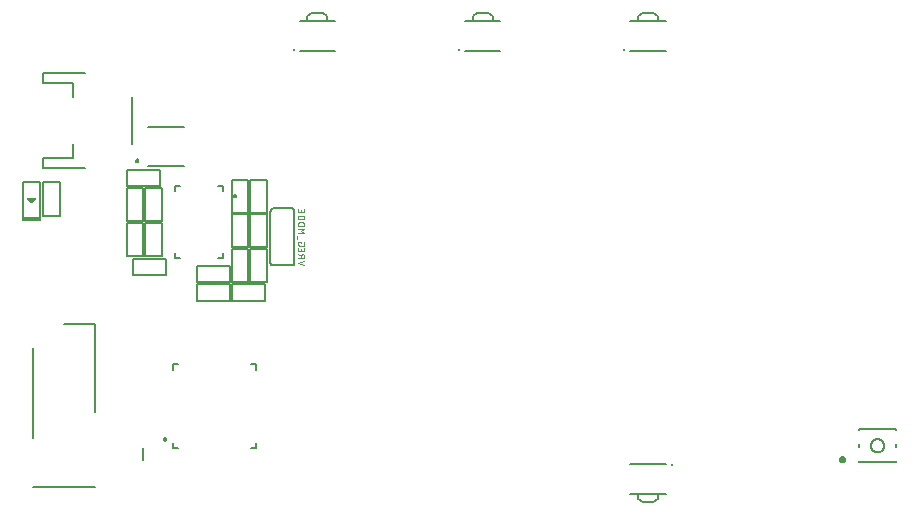
<source format=gbr>
G04 EAGLE Gerber RS-274X export*
G75*
%MOMM*%
%FSLAX34Y34*%
%LPD*%
%INSilkscreen Bottom*%
%IPPOS*%
%AMOC8*
5,1,8,0,0,1.08239X$1,22.5*%
G01*
%ADD10C,0.200000*%
%ADD11C,0.127000*%
%ADD12C,0.203200*%
%ADD13C,0.152400*%
%ADD14C,0.050800*%
%ADD15C,0.254000*%

G36*
X15565Y230877D02*
X15565Y230877D01*
X15631Y230879D01*
X15674Y230897D01*
X15721Y230905D01*
X15778Y230939D01*
X15838Y230964D01*
X15873Y230995D01*
X15914Y231020D01*
X15956Y231071D01*
X16004Y231115D01*
X16026Y231157D01*
X16055Y231194D01*
X16076Y231256D01*
X16107Y231315D01*
X16115Y231369D01*
X16127Y231406D01*
X16126Y231446D01*
X16134Y231500D01*
X16134Y233500D01*
X16123Y233565D01*
X16121Y233631D01*
X16103Y233674D01*
X16095Y233721D01*
X16061Y233778D01*
X16036Y233838D01*
X16005Y233873D01*
X15980Y233914D01*
X15929Y233956D01*
X15885Y234004D01*
X15843Y234026D01*
X15806Y234055D01*
X15744Y234076D01*
X15685Y234107D01*
X15631Y234115D01*
X15594Y234127D01*
X15554Y234126D01*
X15500Y234134D01*
X500Y234134D01*
X435Y234123D01*
X369Y234121D01*
X326Y234103D01*
X279Y234095D01*
X222Y234061D01*
X162Y234036D01*
X127Y234005D01*
X86Y233980D01*
X45Y233929D01*
X-4Y233885D01*
X-26Y233843D01*
X-55Y233806D01*
X-76Y233744D01*
X-107Y233685D01*
X-115Y233631D01*
X-127Y233594D01*
X-126Y233554D01*
X-134Y233500D01*
X-134Y231500D01*
X-123Y231435D01*
X-121Y231369D01*
X-103Y231326D01*
X-95Y231279D01*
X-61Y231222D01*
X-36Y231162D01*
X-5Y231127D01*
X20Y231086D01*
X71Y231045D01*
X115Y230996D01*
X157Y230974D01*
X194Y230945D01*
X256Y230924D01*
X315Y230893D01*
X369Y230885D01*
X406Y230873D01*
X446Y230874D01*
X500Y230866D01*
X15500Y230866D01*
X15565Y230877D01*
G37*
G36*
X695609Y25735D02*
X695609Y25735D01*
X695652Y25749D01*
X695769Y25778D01*
X696363Y26024D01*
X696400Y26048D01*
X696506Y26106D01*
X697016Y26497D01*
X697046Y26531D01*
X697133Y26614D01*
X697524Y27124D01*
X697544Y27164D01*
X697590Y27240D01*
X697592Y27242D01*
X697592Y27244D01*
X697606Y27267D01*
X697852Y27861D01*
X697862Y27905D01*
X697895Y28021D01*
X697979Y28657D01*
X697977Y28702D01*
X697979Y28823D01*
X697892Y29480D01*
X697879Y29523D01*
X697849Y29640D01*
X697596Y30253D01*
X697572Y30290D01*
X697513Y30396D01*
X697109Y30922D01*
X697076Y30952D01*
X696992Y31039D01*
X696466Y31443D01*
X696426Y31464D01*
X696323Y31526D01*
X695710Y31779D01*
X695666Y31789D01*
X695550Y31822D01*
X694893Y31909D01*
X694848Y31907D01*
X694727Y31909D01*
X694091Y31825D01*
X694048Y31811D01*
X693931Y31782D01*
X693337Y31536D01*
X693300Y31512D01*
X693194Y31454D01*
X692684Y31063D01*
X692654Y31029D01*
X692567Y30946D01*
X692176Y30436D01*
X692157Y30399D01*
X692151Y30392D01*
X692149Y30385D01*
X692094Y30293D01*
X691848Y29699D01*
X691838Y29655D01*
X691811Y29560D01*
X691806Y29545D01*
X691806Y29543D01*
X691805Y29539D01*
X691721Y28903D01*
X691723Y28858D01*
X691721Y28737D01*
X691808Y28080D01*
X691813Y28063D01*
X691813Y28052D01*
X691825Y28025D01*
X691851Y27920D01*
X692104Y27307D01*
X692129Y27270D01*
X692137Y27253D01*
X692155Y27210D01*
X692171Y27192D01*
X692187Y27164D01*
X692591Y26638D01*
X692624Y26608D01*
X692708Y26521D01*
X693234Y26117D01*
X693274Y26096D01*
X693377Y26034D01*
X693990Y25781D01*
X694034Y25771D01*
X694150Y25738D01*
X694807Y25651D01*
X694852Y25653D01*
X694973Y25651D01*
X695609Y25735D01*
G37*
G36*
X8018Y246374D02*
X8018Y246374D01*
X8084Y246371D01*
X8129Y246386D01*
X8176Y246391D01*
X8235Y246420D01*
X8298Y246440D01*
X8342Y246473D01*
X8377Y246490D01*
X8404Y246519D01*
X8448Y246552D01*
X11448Y249552D01*
X11499Y249625D01*
X11555Y249694D01*
X11563Y249716D01*
X11577Y249736D01*
X11599Y249822D01*
X11627Y249906D01*
X11627Y249930D01*
X11633Y249953D01*
X11623Y250042D01*
X11621Y250131D01*
X11612Y250153D01*
X11609Y250176D01*
X11570Y250256D01*
X11536Y250338D01*
X11520Y250356D01*
X11510Y250377D01*
X11445Y250438D01*
X11385Y250504D01*
X11364Y250515D01*
X11347Y250531D01*
X11265Y250566D01*
X11185Y250607D01*
X11159Y250610D01*
X11140Y250619D01*
X11090Y250621D01*
X11000Y250634D01*
X5000Y250634D01*
X4912Y250618D01*
X4824Y250609D01*
X4803Y250599D01*
X4779Y250595D01*
X4702Y250549D01*
X4623Y250510D01*
X4606Y250493D01*
X4586Y250480D01*
X4530Y250411D01*
X4469Y250347D01*
X4460Y250325D01*
X4445Y250306D01*
X4416Y250222D01*
X4381Y250140D01*
X4380Y250116D01*
X4373Y250094D01*
X4375Y250005D01*
X4371Y249916D01*
X4379Y249893D01*
X4379Y249869D01*
X4413Y249787D01*
X4440Y249702D01*
X4456Y249681D01*
X4464Y249662D01*
X4498Y249624D01*
X4552Y249552D01*
X7552Y246552D01*
X7606Y246514D01*
X7653Y246469D01*
X7697Y246450D01*
X7736Y246423D01*
X7799Y246407D01*
X7860Y246381D01*
X7907Y246379D01*
X7953Y246368D01*
X8018Y246374D01*
G37*
D10*
X61650Y143500D02*
X61650Y69500D01*
X61650Y6000D02*
X9350Y6000D01*
X9350Y47260D02*
X9350Y123660D01*
X35500Y143500D02*
X61650Y143500D01*
D11*
X102600Y39080D02*
X102600Y28920D01*
X127500Y38500D02*
X127500Y42900D01*
X127500Y38500D02*
X131900Y38500D01*
X127500Y105100D02*
X127500Y109500D01*
X131900Y109500D01*
X198500Y109500D02*
X198500Y105100D01*
X198500Y109500D02*
X194100Y109500D01*
X198500Y42900D02*
X198500Y38500D01*
X194100Y38500D01*
D10*
X120000Y46000D02*
X120002Y46063D01*
X120008Y46125D01*
X120018Y46187D01*
X120031Y46249D01*
X120049Y46309D01*
X120070Y46368D01*
X120095Y46426D01*
X120124Y46482D01*
X120156Y46536D01*
X120191Y46588D01*
X120229Y46637D01*
X120271Y46685D01*
X120315Y46729D01*
X120363Y46771D01*
X120412Y46809D01*
X120464Y46844D01*
X120518Y46876D01*
X120574Y46905D01*
X120632Y46930D01*
X120691Y46951D01*
X120751Y46969D01*
X120813Y46982D01*
X120875Y46992D01*
X120937Y46998D01*
X121000Y47000D01*
X121063Y46998D01*
X121125Y46992D01*
X121187Y46982D01*
X121249Y46969D01*
X121309Y46951D01*
X121368Y46930D01*
X121426Y46905D01*
X121482Y46876D01*
X121536Y46844D01*
X121588Y46809D01*
X121637Y46771D01*
X121685Y46729D01*
X121729Y46685D01*
X121771Y46637D01*
X121809Y46588D01*
X121844Y46536D01*
X121876Y46482D01*
X121905Y46426D01*
X121930Y46368D01*
X121951Y46309D01*
X121969Y46249D01*
X121982Y46187D01*
X121992Y46125D01*
X121998Y46063D01*
X122000Y46000D01*
X121998Y45937D01*
X121992Y45875D01*
X121982Y45813D01*
X121969Y45751D01*
X121951Y45691D01*
X121930Y45632D01*
X121905Y45574D01*
X121876Y45518D01*
X121844Y45464D01*
X121809Y45412D01*
X121771Y45363D01*
X121729Y45315D01*
X121685Y45271D01*
X121637Y45229D01*
X121588Y45191D01*
X121536Y45156D01*
X121482Y45124D01*
X121426Y45095D01*
X121368Y45070D01*
X121309Y45049D01*
X121249Y45031D01*
X121187Y45018D01*
X121125Y45008D01*
X121063Y45002D01*
X121000Y45000D01*
X120937Y45002D01*
X120875Y45008D01*
X120813Y45018D01*
X120751Y45031D01*
X120691Y45049D01*
X120632Y45070D01*
X120574Y45095D01*
X120518Y45124D01*
X120464Y45156D01*
X120412Y45191D01*
X120363Y45229D01*
X120315Y45271D01*
X120271Y45315D01*
X120229Y45363D01*
X120191Y45412D01*
X120156Y45464D01*
X120124Y45518D01*
X120095Y45574D01*
X120070Y45632D01*
X120049Y45691D01*
X120031Y45751D01*
X120018Y45813D01*
X120008Y45875D01*
X120002Y45937D01*
X120000Y46000D01*
D11*
X708350Y26780D02*
X740350Y26780D01*
X740350Y54780D02*
X708350Y54780D01*
X708350Y42280D02*
X708350Y39780D01*
X740350Y39280D02*
X740350Y42280D01*
X740350Y54280D02*
X740350Y54780D01*
X740350Y27280D02*
X740350Y26780D01*
X708350Y54280D02*
X708350Y54780D01*
X708350Y27280D02*
X708350Y26780D01*
X718760Y40780D02*
X718762Y40929D01*
X718768Y41079D01*
X718778Y41228D01*
X718792Y41377D01*
X718810Y41525D01*
X718832Y41673D01*
X718858Y41820D01*
X718887Y41967D01*
X718921Y42112D01*
X718959Y42257D01*
X719000Y42400D01*
X719045Y42543D01*
X719094Y42684D01*
X719147Y42824D01*
X719204Y42962D01*
X719264Y43099D01*
X719328Y43234D01*
X719395Y43368D01*
X719466Y43499D01*
X719540Y43629D01*
X719618Y43756D01*
X719699Y43882D01*
X719784Y44005D01*
X719872Y44126D01*
X719963Y44244D01*
X720057Y44360D01*
X720154Y44474D01*
X720255Y44585D01*
X720358Y44693D01*
X720464Y44798D01*
X720573Y44901D01*
X720684Y45000D01*
X720798Y45097D01*
X720915Y45190D01*
X721034Y45280D01*
X721156Y45367D01*
X721279Y45451D01*
X721405Y45532D01*
X721533Y45609D01*
X721664Y45682D01*
X721796Y45752D01*
X721929Y45819D01*
X722065Y45882D01*
X722202Y45941D01*
X722341Y45996D01*
X722481Y46048D01*
X722623Y46096D01*
X722765Y46141D01*
X722909Y46181D01*
X723054Y46218D01*
X723200Y46250D01*
X723347Y46279D01*
X723494Y46304D01*
X723642Y46325D01*
X723790Y46342D01*
X723939Y46355D01*
X724089Y46364D01*
X724238Y46369D01*
X724387Y46370D01*
X724537Y46367D01*
X724686Y46360D01*
X724835Y46349D01*
X724984Y46334D01*
X725132Y46315D01*
X725280Y46292D01*
X725427Y46265D01*
X725573Y46235D01*
X725718Y46200D01*
X725863Y46161D01*
X726006Y46119D01*
X726148Y46073D01*
X726289Y46023D01*
X726429Y45969D01*
X726567Y45912D01*
X726703Y45851D01*
X726838Y45786D01*
X726971Y45718D01*
X727102Y45646D01*
X727231Y45570D01*
X727358Y45492D01*
X727483Y45410D01*
X727605Y45324D01*
X727726Y45236D01*
X727844Y45144D01*
X727959Y45049D01*
X728072Y44951D01*
X728182Y44850D01*
X728289Y44746D01*
X728394Y44639D01*
X728496Y44530D01*
X728595Y44418D01*
X728690Y44303D01*
X728783Y44185D01*
X728872Y44066D01*
X728959Y43944D01*
X729042Y43819D01*
X729121Y43693D01*
X729197Y43564D01*
X729270Y43434D01*
X729339Y43301D01*
X729405Y43167D01*
X729467Y43031D01*
X729525Y42893D01*
X729580Y42754D01*
X729631Y42614D01*
X729678Y42472D01*
X729721Y42329D01*
X729761Y42185D01*
X729796Y42039D01*
X729828Y41893D01*
X729856Y41747D01*
X729880Y41599D01*
X729900Y41451D01*
X729916Y41302D01*
X729928Y41153D01*
X729936Y41004D01*
X729940Y40855D01*
X729940Y40705D01*
X729936Y40556D01*
X729928Y40407D01*
X729916Y40258D01*
X729900Y40109D01*
X729880Y39961D01*
X729856Y39813D01*
X729828Y39667D01*
X729796Y39521D01*
X729761Y39375D01*
X729721Y39231D01*
X729678Y39088D01*
X729631Y38946D01*
X729580Y38806D01*
X729525Y38667D01*
X729467Y38529D01*
X729405Y38393D01*
X729339Y38259D01*
X729270Y38126D01*
X729197Y37996D01*
X729121Y37867D01*
X729042Y37741D01*
X728959Y37616D01*
X728872Y37494D01*
X728783Y37375D01*
X728690Y37257D01*
X728595Y37142D01*
X728496Y37030D01*
X728394Y36921D01*
X728289Y36814D01*
X728182Y36710D01*
X728072Y36609D01*
X727959Y36511D01*
X727844Y36416D01*
X727726Y36324D01*
X727605Y36236D01*
X727483Y36150D01*
X727358Y36068D01*
X727231Y35990D01*
X727102Y35914D01*
X726971Y35842D01*
X726838Y35774D01*
X726703Y35709D01*
X726567Y35648D01*
X726429Y35591D01*
X726289Y35537D01*
X726148Y35487D01*
X726006Y35441D01*
X725863Y35399D01*
X725718Y35360D01*
X725573Y35325D01*
X725427Y35295D01*
X725280Y35268D01*
X725132Y35245D01*
X724984Y35226D01*
X724835Y35211D01*
X724686Y35200D01*
X724537Y35193D01*
X724387Y35190D01*
X724238Y35191D01*
X724089Y35196D01*
X723939Y35205D01*
X723790Y35218D01*
X723642Y35235D01*
X723494Y35256D01*
X723347Y35281D01*
X723200Y35310D01*
X723054Y35342D01*
X722909Y35379D01*
X722765Y35419D01*
X722623Y35464D01*
X722481Y35512D01*
X722341Y35564D01*
X722202Y35619D01*
X722065Y35678D01*
X721929Y35741D01*
X721796Y35808D01*
X721664Y35878D01*
X721533Y35951D01*
X721405Y36028D01*
X721279Y36109D01*
X721156Y36193D01*
X721034Y36280D01*
X720915Y36370D01*
X720798Y36463D01*
X720684Y36560D01*
X720573Y36659D01*
X720464Y36762D01*
X720358Y36867D01*
X720255Y36975D01*
X720154Y37086D01*
X720057Y37200D01*
X719963Y37316D01*
X719872Y37434D01*
X719784Y37555D01*
X719699Y37678D01*
X719618Y37804D01*
X719540Y37931D01*
X719466Y38061D01*
X719395Y38192D01*
X719328Y38326D01*
X719264Y38461D01*
X719204Y38598D01*
X719147Y38736D01*
X719094Y38876D01*
X719045Y39017D01*
X719000Y39160D01*
X718959Y39303D01*
X718921Y39448D01*
X718887Y39593D01*
X718858Y39740D01*
X718832Y39887D01*
X718810Y40035D01*
X718792Y40183D01*
X718778Y40332D01*
X718768Y40481D01*
X718762Y40631D01*
X718760Y40780D01*
D10*
X178950Y252000D02*
X178952Y252063D01*
X178958Y252125D01*
X178968Y252187D01*
X178981Y252249D01*
X178999Y252309D01*
X179020Y252368D01*
X179045Y252426D01*
X179074Y252482D01*
X179106Y252536D01*
X179141Y252588D01*
X179179Y252637D01*
X179221Y252685D01*
X179265Y252729D01*
X179313Y252771D01*
X179362Y252809D01*
X179414Y252844D01*
X179468Y252876D01*
X179524Y252905D01*
X179582Y252930D01*
X179641Y252951D01*
X179701Y252969D01*
X179763Y252982D01*
X179825Y252992D01*
X179887Y252998D01*
X179950Y253000D01*
X180013Y252998D01*
X180075Y252992D01*
X180137Y252982D01*
X180199Y252969D01*
X180259Y252951D01*
X180318Y252930D01*
X180376Y252905D01*
X180432Y252876D01*
X180486Y252844D01*
X180538Y252809D01*
X180587Y252771D01*
X180635Y252729D01*
X180679Y252685D01*
X180721Y252637D01*
X180759Y252588D01*
X180794Y252536D01*
X180826Y252482D01*
X180855Y252426D01*
X180880Y252368D01*
X180901Y252309D01*
X180919Y252249D01*
X180932Y252187D01*
X180942Y252125D01*
X180948Y252063D01*
X180950Y252000D01*
X180948Y251937D01*
X180942Y251875D01*
X180932Y251813D01*
X180919Y251751D01*
X180901Y251691D01*
X180880Y251632D01*
X180855Y251574D01*
X180826Y251518D01*
X180794Y251464D01*
X180759Y251412D01*
X180721Y251363D01*
X180679Y251315D01*
X180635Y251271D01*
X180587Y251229D01*
X180538Y251191D01*
X180486Y251156D01*
X180432Y251124D01*
X180376Y251095D01*
X180318Y251070D01*
X180259Y251049D01*
X180199Y251031D01*
X180137Y251018D01*
X180075Y251008D01*
X180013Y251002D01*
X179950Y251000D01*
X179887Y251002D01*
X179825Y251008D01*
X179763Y251018D01*
X179701Y251031D01*
X179641Y251049D01*
X179582Y251070D01*
X179524Y251095D01*
X179468Y251124D01*
X179414Y251156D01*
X179362Y251191D01*
X179313Y251229D01*
X179265Y251271D01*
X179221Y251315D01*
X179179Y251363D01*
X179141Y251412D01*
X179106Y251464D01*
X179074Y251518D01*
X179045Y251574D01*
X179020Y251632D01*
X178999Y251691D01*
X178981Y251751D01*
X178968Y251813D01*
X178958Y251875D01*
X178952Y251937D01*
X178950Y252000D01*
D11*
X133700Y199500D02*
X129500Y199500D01*
X129500Y260500D02*
X133700Y260500D01*
X166300Y199500D02*
X170500Y199500D01*
X170500Y260500D02*
X166300Y260500D01*
X129500Y203700D02*
X129500Y199500D01*
X129500Y256300D02*
X129500Y260500D01*
X170500Y203700D02*
X170500Y199500D01*
X170500Y256300D02*
X170500Y260500D01*
D10*
X96550Y282000D02*
X96552Y282063D01*
X96558Y282125D01*
X96568Y282187D01*
X96581Y282249D01*
X96599Y282309D01*
X96620Y282368D01*
X96645Y282426D01*
X96674Y282482D01*
X96706Y282536D01*
X96741Y282588D01*
X96779Y282637D01*
X96821Y282685D01*
X96865Y282729D01*
X96913Y282771D01*
X96962Y282809D01*
X97014Y282844D01*
X97068Y282876D01*
X97124Y282905D01*
X97182Y282930D01*
X97241Y282951D01*
X97301Y282969D01*
X97363Y282982D01*
X97425Y282992D01*
X97487Y282998D01*
X97550Y283000D01*
X97613Y282998D01*
X97675Y282992D01*
X97737Y282982D01*
X97799Y282969D01*
X97859Y282951D01*
X97918Y282930D01*
X97976Y282905D01*
X98032Y282876D01*
X98086Y282844D01*
X98138Y282809D01*
X98187Y282771D01*
X98235Y282729D01*
X98279Y282685D01*
X98321Y282637D01*
X98359Y282588D01*
X98394Y282536D01*
X98426Y282482D01*
X98455Y282426D01*
X98480Y282368D01*
X98501Y282309D01*
X98519Y282249D01*
X98532Y282187D01*
X98542Y282125D01*
X98548Y282063D01*
X98550Y282000D01*
X98548Y281937D01*
X98542Y281875D01*
X98532Y281813D01*
X98519Y281751D01*
X98501Y281691D01*
X98480Y281632D01*
X98455Y281574D01*
X98426Y281518D01*
X98394Y281464D01*
X98359Y281412D01*
X98321Y281363D01*
X98279Y281315D01*
X98235Y281271D01*
X98187Y281229D01*
X98138Y281191D01*
X98086Y281156D01*
X98032Y281124D01*
X97976Y281095D01*
X97918Y281070D01*
X97859Y281049D01*
X97799Y281031D01*
X97737Y281018D01*
X97675Y281008D01*
X97613Y281002D01*
X97550Y281000D01*
X97487Y281002D01*
X97425Y281008D01*
X97363Y281018D01*
X97301Y281031D01*
X97241Y281049D01*
X97182Y281070D01*
X97124Y281095D01*
X97068Y281124D01*
X97014Y281156D01*
X96962Y281191D01*
X96913Y281229D01*
X96865Y281271D01*
X96821Y281315D01*
X96779Y281363D01*
X96741Y281412D01*
X96706Y281464D01*
X96674Y281518D01*
X96645Y281574D01*
X96620Y281632D01*
X96599Y281691D01*
X96581Y281751D01*
X96568Y281813D01*
X96558Y281875D01*
X96552Y281937D01*
X96550Y282000D01*
D11*
X106500Y277700D02*
X137500Y277700D01*
X137500Y310300D02*
X106500Y310300D01*
D12*
X53000Y276000D02*
X18000Y276000D01*
X18000Y284000D01*
X43000Y284000D01*
X43000Y296000D01*
X43000Y336000D02*
X43000Y348000D01*
X18000Y348000D01*
X18000Y356000D01*
X53000Y356000D01*
X93000Y336000D02*
X93000Y296000D01*
D11*
X177500Y266000D02*
X191500Y266000D01*
X191500Y238000D01*
X177500Y238000D01*
X177500Y266000D01*
X193000Y208500D02*
X207000Y208500D01*
X193000Y208500D02*
X193000Y236500D01*
X207000Y236500D01*
X207000Y208500D01*
X191500Y208500D02*
X177500Y208500D01*
X177500Y236500D01*
X191500Y236500D01*
X191500Y208500D01*
X15500Y233500D02*
X500Y233500D01*
X500Y263500D01*
X15500Y263500D01*
X15500Y233500D01*
X18000Y263500D02*
X32000Y263500D01*
X32000Y235500D01*
X18000Y235500D01*
X18000Y263500D01*
X88500Y230500D02*
X102500Y230500D01*
X88500Y230500D02*
X88500Y258500D01*
X102500Y258500D01*
X102500Y230500D01*
X104500Y258500D02*
X118500Y258500D01*
X118500Y230500D01*
X104500Y230500D01*
X104500Y258500D01*
X88500Y260500D02*
X88500Y274500D01*
X116500Y274500D01*
X116500Y260500D01*
X88500Y260500D01*
X104500Y229000D02*
X118500Y229000D01*
X118500Y201000D01*
X104500Y201000D01*
X104500Y229000D01*
X102500Y201000D02*
X88500Y201000D01*
X88500Y229000D01*
X102500Y229000D01*
X102500Y201000D01*
X94000Y199000D02*
X94000Y185000D01*
X94000Y199000D02*
X122000Y199000D01*
X122000Y185000D01*
X94000Y185000D01*
X193000Y266000D02*
X207000Y266000D01*
X207000Y238000D01*
X193000Y238000D01*
X193000Y266000D01*
X193000Y207000D02*
X207000Y207000D01*
X207000Y179000D01*
X193000Y179000D01*
X193000Y207000D01*
X178000Y177500D02*
X178000Y163500D01*
X178000Y177500D02*
X206000Y177500D01*
X206000Y163500D01*
X178000Y163500D01*
X177500Y207000D02*
X191500Y207000D01*
X191500Y179000D01*
X177500Y179000D01*
X177500Y207000D01*
X176000Y177500D02*
X176000Y163500D01*
X148000Y163500D01*
X148000Y177500D01*
X176000Y177500D01*
X176000Y179000D02*
X176000Y193000D01*
X176000Y179000D02*
X148000Y179000D01*
X148000Y193000D01*
X176000Y193000D01*
D13*
X210340Y195910D02*
X210340Y239090D01*
X228120Y241630D02*
X228220Y241628D01*
X228319Y241622D01*
X228419Y241612D01*
X228517Y241599D01*
X228616Y241581D01*
X228713Y241560D01*
X228809Y241535D01*
X228905Y241506D01*
X228999Y241473D01*
X229092Y241437D01*
X229183Y241397D01*
X229273Y241353D01*
X229361Y241306D01*
X229447Y241256D01*
X229531Y241202D01*
X229613Y241145D01*
X229692Y241085D01*
X229770Y241021D01*
X229844Y240955D01*
X229916Y240886D01*
X229985Y240814D01*
X230051Y240740D01*
X230115Y240662D01*
X230175Y240583D01*
X230232Y240501D01*
X230286Y240417D01*
X230336Y240331D01*
X230383Y240243D01*
X230427Y240153D01*
X230467Y240062D01*
X230503Y239969D01*
X230536Y239875D01*
X230565Y239779D01*
X230590Y239683D01*
X230611Y239586D01*
X230629Y239487D01*
X230642Y239389D01*
X230652Y239289D01*
X230658Y239190D01*
X230660Y239090D01*
X230660Y195910D02*
X230658Y195810D01*
X230652Y195711D01*
X230642Y195611D01*
X230629Y195513D01*
X230611Y195414D01*
X230590Y195317D01*
X230565Y195221D01*
X230536Y195125D01*
X230503Y195031D01*
X230467Y194938D01*
X230427Y194847D01*
X230383Y194757D01*
X230336Y194669D01*
X230286Y194583D01*
X230232Y194499D01*
X230175Y194417D01*
X230115Y194338D01*
X230051Y194260D01*
X229985Y194186D01*
X229916Y194114D01*
X229844Y194045D01*
X229770Y193979D01*
X229692Y193915D01*
X229613Y193855D01*
X229531Y193798D01*
X229447Y193744D01*
X229361Y193694D01*
X229273Y193647D01*
X229183Y193603D01*
X229092Y193563D01*
X228999Y193527D01*
X228905Y193494D01*
X228809Y193465D01*
X228713Y193440D01*
X228616Y193419D01*
X228517Y193401D01*
X228419Y193388D01*
X228319Y193378D01*
X228220Y193372D01*
X228120Y193370D01*
X212880Y193370D02*
X212780Y193372D01*
X212681Y193378D01*
X212581Y193388D01*
X212483Y193401D01*
X212384Y193419D01*
X212287Y193440D01*
X212191Y193465D01*
X212095Y193494D01*
X212001Y193527D01*
X211908Y193563D01*
X211817Y193603D01*
X211727Y193647D01*
X211639Y193694D01*
X211553Y193744D01*
X211469Y193798D01*
X211387Y193855D01*
X211308Y193915D01*
X211230Y193979D01*
X211156Y194045D01*
X211084Y194114D01*
X211015Y194186D01*
X210949Y194260D01*
X210885Y194338D01*
X210825Y194417D01*
X210768Y194499D01*
X210714Y194583D01*
X210664Y194669D01*
X210617Y194757D01*
X210573Y194847D01*
X210533Y194938D01*
X210497Y195031D01*
X210464Y195125D01*
X210435Y195221D01*
X210410Y195317D01*
X210389Y195414D01*
X210371Y195513D01*
X210358Y195611D01*
X210348Y195711D01*
X210342Y195810D01*
X210340Y195910D01*
X210340Y239090D02*
X210342Y239190D01*
X210348Y239289D01*
X210358Y239389D01*
X210371Y239487D01*
X210389Y239586D01*
X210410Y239683D01*
X210435Y239779D01*
X210464Y239875D01*
X210497Y239969D01*
X210533Y240062D01*
X210573Y240153D01*
X210617Y240243D01*
X210664Y240331D01*
X210714Y240417D01*
X210768Y240501D01*
X210825Y240583D01*
X210885Y240662D01*
X210949Y240740D01*
X211015Y240814D01*
X211084Y240886D01*
X211156Y240955D01*
X211230Y241021D01*
X211308Y241085D01*
X211387Y241145D01*
X211469Y241202D01*
X211553Y241256D01*
X211639Y241306D01*
X211727Y241353D01*
X211817Y241397D01*
X211908Y241437D01*
X212001Y241473D01*
X212095Y241506D01*
X212191Y241535D01*
X212287Y241560D01*
X212384Y241581D01*
X212483Y241599D01*
X212581Y241612D01*
X212681Y241622D01*
X212780Y241628D01*
X212880Y241630D01*
X228120Y241630D01*
X228120Y193370D02*
X212880Y193370D01*
X230660Y195910D02*
X230660Y239090D01*
D14*
X233454Y195487D02*
X239042Y193624D01*
X239042Y197349D02*
X233454Y195487D01*
X233454Y199640D02*
X239042Y199640D01*
X239042Y201192D01*
X239040Y201269D01*
X239034Y201347D01*
X239025Y201423D01*
X239011Y201500D01*
X238994Y201575D01*
X238973Y201649D01*
X238948Y201723D01*
X238920Y201795D01*
X238888Y201865D01*
X238853Y201934D01*
X238814Y202001D01*
X238772Y202066D01*
X238727Y202129D01*
X238679Y202190D01*
X238628Y202248D01*
X238574Y202303D01*
X238517Y202356D01*
X238458Y202405D01*
X238396Y202452D01*
X238332Y202496D01*
X238266Y202536D01*
X238198Y202573D01*
X238128Y202607D01*
X238057Y202637D01*
X237984Y202663D01*
X237910Y202686D01*
X237835Y202705D01*
X237760Y202720D01*
X237683Y202732D01*
X237606Y202740D01*
X237529Y202744D01*
X237451Y202744D01*
X237374Y202740D01*
X237297Y202732D01*
X237220Y202720D01*
X237145Y202705D01*
X237070Y202686D01*
X236996Y202663D01*
X236923Y202637D01*
X236852Y202607D01*
X236782Y202573D01*
X236714Y202536D01*
X236648Y202496D01*
X236584Y202452D01*
X236522Y202405D01*
X236463Y202356D01*
X236406Y202303D01*
X236352Y202248D01*
X236301Y202190D01*
X236253Y202129D01*
X236208Y202066D01*
X236166Y202001D01*
X236127Y201934D01*
X236092Y201865D01*
X236060Y201795D01*
X236032Y201723D01*
X236007Y201649D01*
X235986Y201575D01*
X235969Y201500D01*
X235955Y201423D01*
X235946Y201347D01*
X235940Y201269D01*
X235938Y201192D01*
X235938Y199640D01*
X235938Y201502D02*
X233454Y202744D01*
X233454Y205284D02*
X233454Y207768D01*
X233454Y205284D02*
X239042Y205284D01*
X239042Y207768D01*
X236558Y207147D02*
X236558Y205284D01*
X236558Y212201D02*
X236558Y213132D01*
X233454Y213132D01*
X233454Y211270D01*
X233456Y211200D01*
X233462Y211131D01*
X233472Y211062D01*
X233485Y210994D01*
X233503Y210926D01*
X233524Y210860D01*
X233549Y210795D01*
X233577Y210731D01*
X233609Y210669D01*
X233644Y210609D01*
X233683Y210551D01*
X233725Y210496D01*
X233770Y210442D01*
X233818Y210392D01*
X233868Y210344D01*
X233922Y210299D01*
X233977Y210257D01*
X234035Y210218D01*
X234095Y210183D01*
X234157Y210151D01*
X234221Y210123D01*
X234286Y210098D01*
X234352Y210077D01*
X234420Y210059D01*
X234488Y210046D01*
X234557Y210036D01*
X234626Y210030D01*
X234696Y210028D01*
X237800Y210028D01*
X237870Y210030D01*
X237939Y210036D01*
X238008Y210046D01*
X238076Y210059D01*
X238144Y210077D01*
X238210Y210098D01*
X238275Y210123D01*
X238339Y210151D01*
X238401Y210183D01*
X238461Y210218D01*
X238519Y210257D01*
X238574Y210299D01*
X238628Y210344D01*
X238678Y210392D01*
X238726Y210442D01*
X238771Y210496D01*
X238813Y210551D01*
X238852Y210609D01*
X238887Y210669D01*
X238919Y210731D01*
X238947Y210795D01*
X238972Y210860D01*
X238993Y210926D01*
X239011Y210994D01*
X239024Y211062D01*
X239034Y211131D01*
X239040Y211200D01*
X239042Y211270D01*
X239042Y213132D01*
X232833Y215459D02*
X232833Y217942D01*
X233454Y220324D02*
X239042Y220324D01*
X235938Y222187D01*
X239042Y224050D01*
X233454Y224050D01*
X235006Y226670D02*
X237490Y226670D01*
X237567Y226672D01*
X237645Y226678D01*
X237721Y226687D01*
X237798Y226701D01*
X237873Y226718D01*
X237947Y226739D01*
X238021Y226764D01*
X238093Y226792D01*
X238163Y226824D01*
X238232Y226859D01*
X238299Y226898D01*
X238364Y226940D01*
X238427Y226985D01*
X238488Y227033D01*
X238546Y227084D01*
X238601Y227138D01*
X238654Y227195D01*
X238703Y227254D01*
X238750Y227316D01*
X238794Y227380D01*
X238834Y227446D01*
X238871Y227514D01*
X238905Y227584D01*
X238935Y227655D01*
X238961Y227728D01*
X238984Y227802D01*
X239003Y227877D01*
X239018Y227952D01*
X239030Y228029D01*
X239038Y228106D01*
X239042Y228183D01*
X239042Y228261D01*
X239038Y228338D01*
X239030Y228415D01*
X239018Y228492D01*
X239003Y228567D01*
X238984Y228642D01*
X238961Y228716D01*
X238935Y228789D01*
X238905Y228860D01*
X238871Y228930D01*
X238834Y228998D01*
X238794Y229064D01*
X238750Y229128D01*
X238703Y229190D01*
X238654Y229249D01*
X238601Y229306D01*
X238546Y229360D01*
X238488Y229411D01*
X238427Y229459D01*
X238364Y229504D01*
X238299Y229546D01*
X238232Y229585D01*
X238163Y229620D01*
X238093Y229652D01*
X238021Y229680D01*
X237947Y229705D01*
X237873Y229726D01*
X237798Y229743D01*
X237721Y229757D01*
X237645Y229766D01*
X237567Y229772D01*
X237490Y229774D01*
X235006Y229774D01*
X234929Y229772D01*
X234851Y229766D01*
X234775Y229757D01*
X234698Y229743D01*
X234623Y229726D01*
X234549Y229705D01*
X234475Y229680D01*
X234403Y229652D01*
X234333Y229620D01*
X234264Y229585D01*
X234197Y229546D01*
X234132Y229504D01*
X234069Y229459D01*
X234008Y229411D01*
X233950Y229360D01*
X233895Y229306D01*
X233842Y229249D01*
X233793Y229190D01*
X233746Y229128D01*
X233702Y229064D01*
X233662Y228998D01*
X233625Y228930D01*
X233591Y228860D01*
X233561Y228789D01*
X233535Y228716D01*
X233512Y228642D01*
X233493Y228567D01*
X233478Y228492D01*
X233466Y228415D01*
X233458Y228338D01*
X233454Y228261D01*
X233454Y228183D01*
X233458Y228106D01*
X233466Y228029D01*
X233478Y227952D01*
X233493Y227877D01*
X233512Y227802D01*
X233535Y227728D01*
X233561Y227655D01*
X233591Y227584D01*
X233625Y227514D01*
X233662Y227446D01*
X233702Y227380D01*
X233746Y227316D01*
X233793Y227254D01*
X233842Y227195D01*
X233895Y227138D01*
X233950Y227084D01*
X234008Y227033D01*
X234069Y226985D01*
X234132Y226940D01*
X234197Y226898D01*
X234264Y226859D01*
X234333Y226824D01*
X234403Y226792D01*
X234475Y226764D01*
X234549Y226739D01*
X234623Y226718D01*
X234698Y226701D01*
X234775Y226687D01*
X234851Y226678D01*
X234929Y226672D01*
X235006Y226670D01*
X233454Y232339D02*
X239042Y232339D01*
X239042Y233891D01*
X239040Y233967D01*
X239035Y234043D01*
X239025Y234119D01*
X239012Y234194D01*
X238995Y234268D01*
X238975Y234342D01*
X238951Y234414D01*
X238924Y234485D01*
X238893Y234555D01*
X238859Y234623D01*
X238821Y234689D01*
X238780Y234753D01*
X238737Y234816D01*
X238690Y234876D01*
X238640Y234933D01*
X238587Y234988D01*
X238532Y235041D01*
X238475Y235091D01*
X238415Y235138D01*
X238352Y235181D01*
X238288Y235222D01*
X238222Y235260D01*
X238154Y235294D01*
X238084Y235325D01*
X238013Y235352D01*
X237940Y235376D01*
X237867Y235396D01*
X237793Y235413D01*
X237718Y235426D01*
X237642Y235436D01*
X237566Y235441D01*
X237490Y235443D01*
X235006Y235443D01*
X234927Y235441D01*
X234849Y235435D01*
X234771Y235425D01*
X234694Y235411D01*
X234617Y235393D01*
X234541Y235372D01*
X234467Y235346D01*
X234394Y235317D01*
X234323Y235284D01*
X234253Y235248D01*
X234185Y235208D01*
X234119Y235165D01*
X234056Y235118D01*
X233995Y235069D01*
X233937Y235016D01*
X233881Y234960D01*
X233828Y234902D01*
X233779Y234841D01*
X233732Y234778D01*
X233689Y234712D01*
X233649Y234644D01*
X233613Y234575D01*
X233580Y234503D01*
X233551Y234430D01*
X233525Y234356D01*
X233504Y234280D01*
X233486Y234203D01*
X233472Y234126D01*
X233462Y234048D01*
X233456Y233970D01*
X233454Y233891D01*
X233454Y232339D01*
X233454Y238202D02*
X233454Y240686D01*
X233454Y238202D02*
X239042Y238202D01*
X239042Y240686D01*
X236558Y240065D02*
X236558Y238202D01*
D11*
X515000Y25000D02*
X545000Y25000D01*
X545000Y0D02*
X538500Y0D01*
X521500Y0D01*
X515000Y0D01*
D15*
X550000Y24500D03*
D11*
X534500Y-7000D02*
X525500Y-7000D01*
X538500Y-4500D02*
X538500Y0D01*
X521500Y0D02*
X521500Y-4500D01*
X525500Y-7000D01*
X534500Y-7000D02*
X538500Y-4500D01*
X545000Y375000D02*
X515000Y375000D01*
X515000Y400000D02*
X521500Y400000D01*
X538500Y400000D01*
X545000Y400000D01*
D15*
X510000Y375500D03*
D11*
X525500Y407000D02*
X534500Y407000D01*
X521500Y404500D02*
X521500Y400000D01*
X538500Y400000D02*
X538500Y404500D01*
X534500Y407000D01*
X525500Y407000D02*
X521500Y404500D01*
X265000Y375000D02*
X235000Y375000D01*
X235000Y400000D02*
X241500Y400000D01*
X258500Y400000D01*
X265000Y400000D01*
D15*
X230000Y375500D03*
D11*
X245500Y407000D02*
X254500Y407000D01*
X241500Y404500D02*
X241500Y400000D01*
X258500Y400000D02*
X258500Y404500D01*
X254500Y407000D01*
X245500Y407000D02*
X241500Y404500D01*
X375000Y375000D02*
X405000Y375000D01*
X381500Y400000D02*
X375000Y400000D01*
X381500Y400000D02*
X398500Y400000D01*
X405000Y400000D01*
D15*
X370000Y375500D03*
D11*
X385500Y407000D02*
X394500Y407000D01*
X381500Y404500D02*
X381500Y400000D01*
X398500Y400000D02*
X398500Y404500D01*
X394500Y407000D01*
X385500Y407000D02*
X381500Y404500D01*
M02*

</source>
